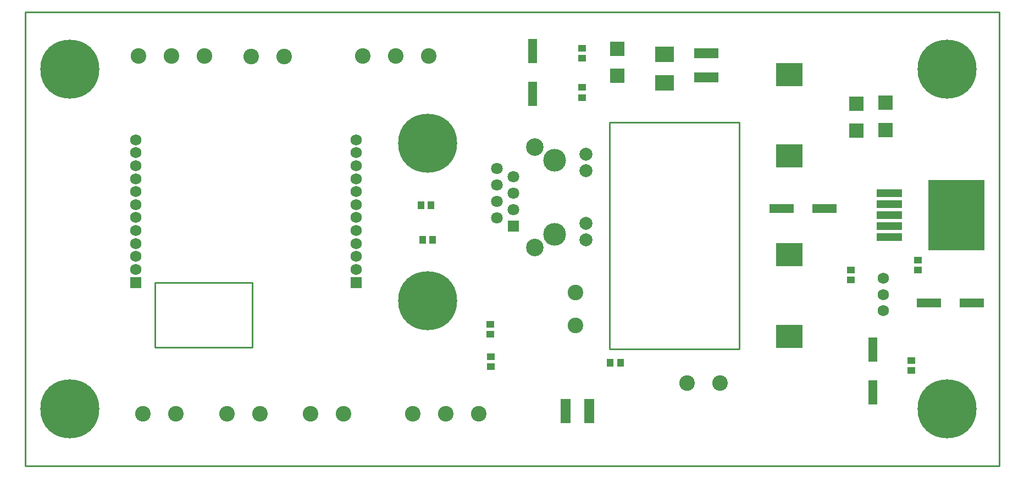
<source format=gts>
G04*
G04 #@! TF.GenerationSoftware,Altium Limited,Altium Designer,19.0.4 (130)*
G04*
G04 Layer_Color=8388736*
%FSTAX44Y44*%
%MOMM*%
G71*
G01*
G75*
%ADD10C,0.2540*%
%ADD26R,1.1332X1.1832*%
%ADD27R,1.1832X1.1332*%
%ADD28R,1.4632X3.8132*%
%ADD29R,3.8132X1.4632*%
%ADD30R,2.2032X2.2032*%
%ADD31R,2.9462X2.3622*%
%ADD32R,8.6032X10.8532*%
%ADD33R,4.0032X1.2532*%
%ADD34R,1.6099X3.7024*%
%ADD35R,4.1232X3.6272*%
%ADD36R,3.7024X1.6099*%
%ADD37C,1.7272*%
%ADD38R,1.7272X1.7272*%
%ADD39C,2.4032*%
%ADD40C,9.0932*%
%ADD41C,1.0922*%
%ADD42C,2.7032*%
%ADD43C,2.0032*%
%ADD44C,1.8032*%
%ADD45R,1.8032X1.8032*%
%ADD46C,3.5032*%
D10*
X0035Y00182934D02*
Y00282934D01*
X002D02*
X0035D01*
X002Y00182934D02*
Y00282934D01*
Y00182934D02*
X0035D01*
X009Y0018D02*
Y0053D01*
X011D01*
X009Y0018D02*
X011D01*
X011D02*
Y0053D01*
X002Y00182939D02*
Y00282939D01*
Y00182939D02*
X0035D01*
Y00282944D01*
X003D02*
X0035D01*
X002D02*
X0035D01*
X0Y0D02*
Y007D01*
X015D01*
Y0D02*
Y007D01*
X0Y0D02*
X015D01*
D26*
X006277Y00348241D02*
D03*
X006123D02*
D03*
X006247Y00402D02*
D03*
X006093D02*
D03*
X009167Y00159D02*
D03*
X009013D02*
D03*
D27*
X00716Y002026D02*
D03*
Y00218D02*
D03*
X00717Y00153D02*
D03*
X00717Y001684D02*
D03*
X01375Y003023D02*
D03*
Y003177D02*
D03*
X01272Y002866D02*
D03*
X01272Y00302D02*
D03*
X00858Y005837D02*
D03*
Y005683D02*
D03*
Y00629D02*
D03*
Y006444D02*
D03*
X01365Y001627D02*
D03*
X01365Y001473D02*
D03*
D28*
X01305311Y0011352D02*
D03*
X01305311Y0017942D02*
D03*
X00782Y00574D02*
D03*
Y006399D02*
D03*
D29*
X0139225Y00251114D02*
D03*
X0145815D02*
D03*
X0123075Y00396886D02*
D03*
X0116485D02*
D03*
D30*
X0128Y00517D02*
D03*
Y00559D02*
D03*
X01325Y00518D02*
D03*
X01325Y0056D02*
D03*
X00912Y006015D02*
D03*
Y006435D02*
D03*
D31*
X00984475Y006351D02*
D03*
X00984475Y005909D02*
D03*
D32*
X01434Y00387D02*
D03*
D33*
X01331Y00353D02*
D03*
X01331Y0037D02*
D03*
Y00387D02*
D03*
Y00404D02*
D03*
Y00421D02*
D03*
D34*
X00869129Y00084776D02*
D03*
X00832062D02*
D03*
D35*
X01177Y0032556D02*
D03*
Y002D02*
D03*
Y00478D02*
D03*
Y0060356D02*
D03*
D36*
X01049224Y00636533D02*
D03*
X01049224Y00599467D02*
D03*
D37*
X0051Y00502948D02*
D03*
Y00482933D02*
D03*
Y00462943D02*
D03*
Y00442954D02*
D03*
X0051Y00422938D02*
D03*
Y00402949D02*
D03*
X0051Y00382933D02*
D03*
Y00362944D02*
D03*
Y00342954D02*
D03*
Y00322939D02*
D03*
Y00302949D02*
D03*
X0017D02*
D03*
Y00322939D02*
D03*
Y00342954D02*
D03*
Y00362944D02*
D03*
Y00382933D02*
D03*
Y00402949D02*
D03*
Y00422938D02*
D03*
Y00442954D02*
D03*
Y00462943D02*
D03*
Y00482933D02*
D03*
Y00502948D02*
D03*
X01322Y00264D02*
D03*
Y00239D02*
D03*
Y00289D02*
D03*
D38*
X0051Y00282934D02*
D03*
X0017D02*
D03*
D39*
X010192Y00128D02*
D03*
X0107D02*
D03*
X006216Y00632D02*
D03*
X005708D02*
D03*
X0052D02*
D03*
X00348302Y006312D02*
D03*
X00399101Y006312D02*
D03*
X002758Y00632D02*
D03*
X00225D02*
D03*
X001742D02*
D03*
X0084789Y00216641D02*
D03*
Y00267441D02*
D03*
X006988Y000806D02*
D03*
X00648D02*
D03*
X005972D02*
D03*
X00181641Y000798D02*
D03*
X00232441D02*
D03*
X00310641D02*
D03*
X00361441D02*
D03*
X00439641Y000798D02*
D03*
X00490441Y000798D02*
D03*
D40*
X0142Y00087836D02*
D03*
Y00611836D02*
D03*
X0062Y00255D02*
D03*
Y00497954D02*
D03*
X00069012Y00087836D02*
D03*
Y00611836D02*
D03*
D41*
X01404506Y00114672D02*
D03*
X01435494D02*
D03*
X01450988Y00087836D02*
D03*
X01435494Y00060999D02*
D03*
X01404506D02*
D03*
X01389012Y00087836D02*
D03*
X01404506Y00638673D02*
D03*
X01435494D02*
D03*
X01450988Y00611836D02*
D03*
X01435494Y00585D02*
D03*
X01404506D02*
D03*
X01389012Y00611836D02*
D03*
X00604506Y00281836D02*
D03*
X00635494D02*
D03*
X00650988Y00255D02*
D03*
X00635494Y00228164D02*
D03*
X00604506D02*
D03*
X00589012Y00255D02*
D03*
X00604506Y0052479D02*
D03*
X00635494D02*
D03*
X00650988Y00497954D02*
D03*
X00635494Y00471117D02*
D03*
X00604506D02*
D03*
X00589012Y00497954D02*
D03*
X00053518Y00114672D02*
D03*
X00084506D02*
D03*
X001Y00087836D02*
D03*
X00084506Y00060999D02*
D03*
X00053518D02*
D03*
X00038024Y00087836D02*
D03*
X00053518Y00638673D02*
D03*
X00084506D02*
D03*
X001Y00611836D02*
D03*
X00084506Y00585D02*
D03*
X00053518D02*
D03*
X00038024Y00611836D02*
D03*
D42*
X007846Y00491942D02*
D03*
Y00337042D02*
D03*
D43*
X008641Y00480743D02*
D03*
Y00455343D02*
D03*
Y00373641D02*
D03*
Y00348241D02*
D03*
D44*
X007262Y00458942D02*
D03*
X007516Y00446242D02*
D03*
X007262Y00433542D02*
D03*
X007516Y00420842D02*
D03*
X007262Y00408142D02*
D03*
X007516Y00395442D02*
D03*
X007262Y00382742D02*
D03*
D45*
X007516Y00370042D02*
D03*
D46*
X008151Y00471642D02*
D03*
Y00357342D02*
D03*
M02*

</source>
